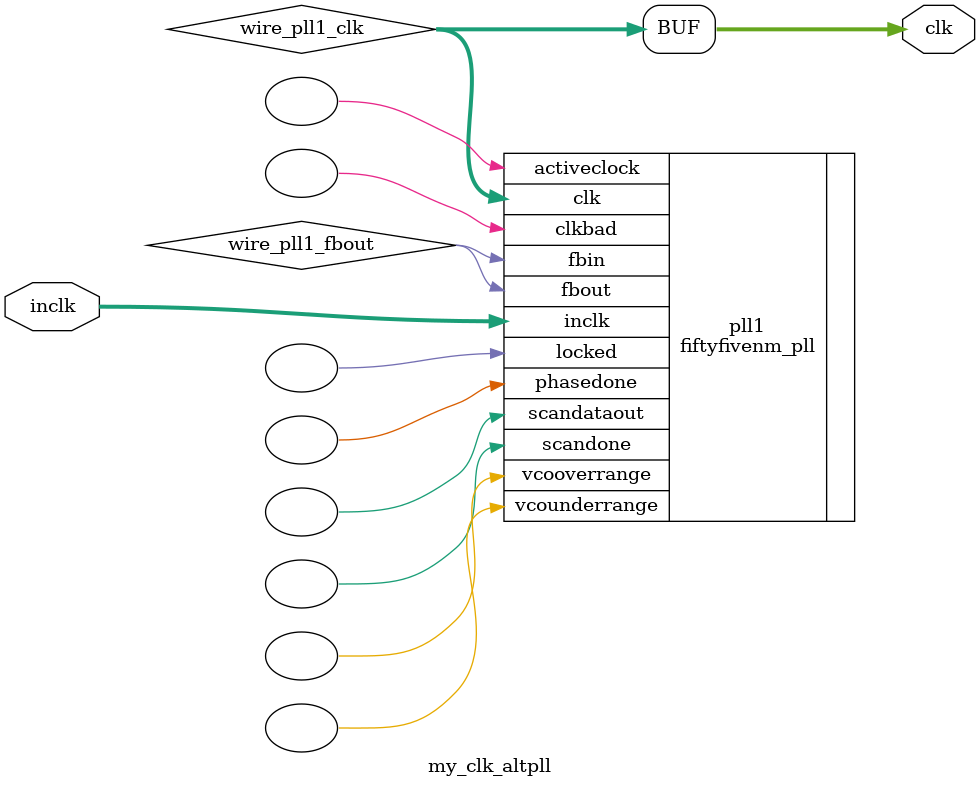
<source format=v>






//synthesis_resources = fiftyfivenm_pll 1 
//synopsys translate_off
`timescale 1 ps / 1 ps
//synopsys translate_on
module  my_clk_altpll
	( 
	clk,
	inclk) /* synthesis synthesis_clearbox=1 */;
	output   [4:0]  clk;
	input   [1:0]  inclk;
`ifndef ALTERA_RESERVED_QIS
// synopsys translate_off
`endif
	tri0   [1:0]  inclk;
`ifndef ALTERA_RESERVED_QIS
// synopsys translate_on
`endif

	wire  [4:0]   wire_pll1_clk;
	wire  wire_pll1_fbout;

	fiftyfivenm_pll   pll1
	( 
	.activeclock(),
	.clk(wire_pll1_clk),
	.clkbad(),
	.fbin(wire_pll1_fbout),
	.fbout(wire_pll1_fbout),
	.inclk(inclk),
	.locked(),
	.phasedone(),
	.scandataout(),
	.scandone(),
	.vcooverrange(),
	.vcounderrange()
	`ifndef FORMAL_VERIFICATION
	// synopsys translate_off
	`endif
	,
	.areset(1'b0),
	.clkswitch(1'b0),
	.configupdate(1'b0),
	.pfdena(1'b1),
	.phasecounterselect({3{1'b0}}),
	.phasestep(1'b0),
	.phaseupdown(1'b0),
	.scanclk(1'b0),
	.scanclkena(1'b1),
	.scandata(1'b0)
	`ifndef FORMAL_VERIFICATION
	// synopsys translate_on
	`endif
	);
	defparam
		pll1.bandwidth_type = "auto",
		pll1.clk0_divide_by = 2000,
		pll1.clk0_duty_cycle = 50,
		pll1.clk0_multiply_by = 1007,
		pll1.clk0_phase_shift = "0",
		pll1.compensate_clock = "clk0",
		pll1.inclk0_input_frequency = 20000,
		pll1.operation_mode = "normal",
		pll1.pll_type = "auto",
		pll1.lpm_type = "fiftyfivenm_pll";
	assign
		clk = {wire_pll1_clk[4:0]};
endmodule //my_clk_altpll
//VALID FILE

</source>
